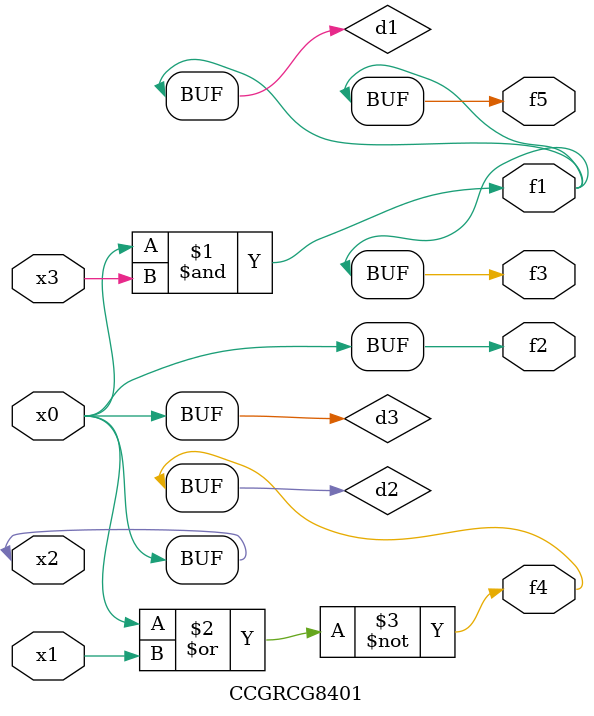
<source format=v>
module CCGRCG8401(
	input x0, x1, x2, x3,
	output f1, f2, f3, f4, f5
);

	wire d1, d2, d3;

	and (d1, x2, x3);
	nor (d2, x0, x1);
	buf (d3, x0, x2);
	assign f1 = d1;
	assign f2 = d3;
	assign f3 = d1;
	assign f4 = d2;
	assign f5 = d1;
endmodule

</source>
